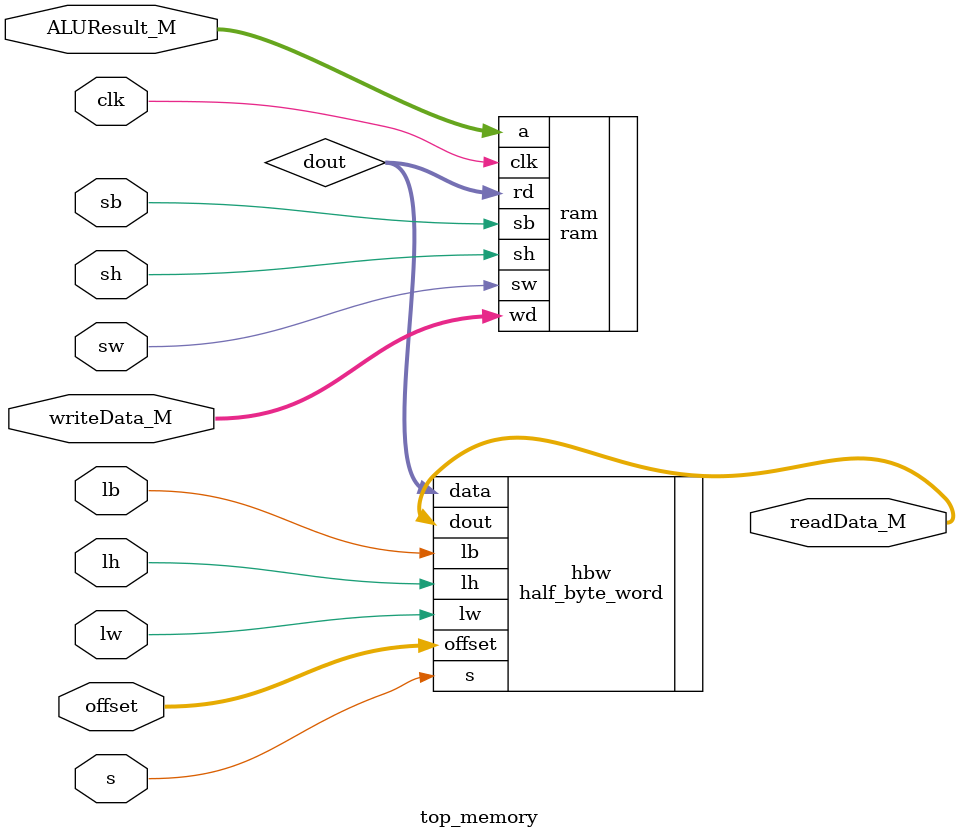
<source format=sv>
/* verilator lint_off MODDUP */
module top_memory #(
    parameter WIDTH = 32
) (
    input logic clk,
    // input logic memWrite_M,
    input logic sw,
    input logic sh,
    input logic sb,
    input logic lw,
    input logic lh,
    input logic lb,
    input logic s,
    input logic [1:0] offset,
    input logic [WIDTH-1:0] ALUResult_M,
    input logic [WIDTH-1:0] writeData_M,
    output logic [WIDTH-1:0] readData_M
);

logic [WIDTH-1:0] dout;

ram ram(
    .sw(sw),
    .sh(sh),
    .sb(sb),
    .wd(writeData_M),
    .a(ALUResult_M),
    .clk(clk),
    .rd(dout)
);

half_byte_word hbw(
    .lw(lw),
    .lh(lh),
    .lb(lb),
    .s(s),
    .offset(offset),
    .data(dout),
    .dout(readData_M)
);

endmodule

</source>
